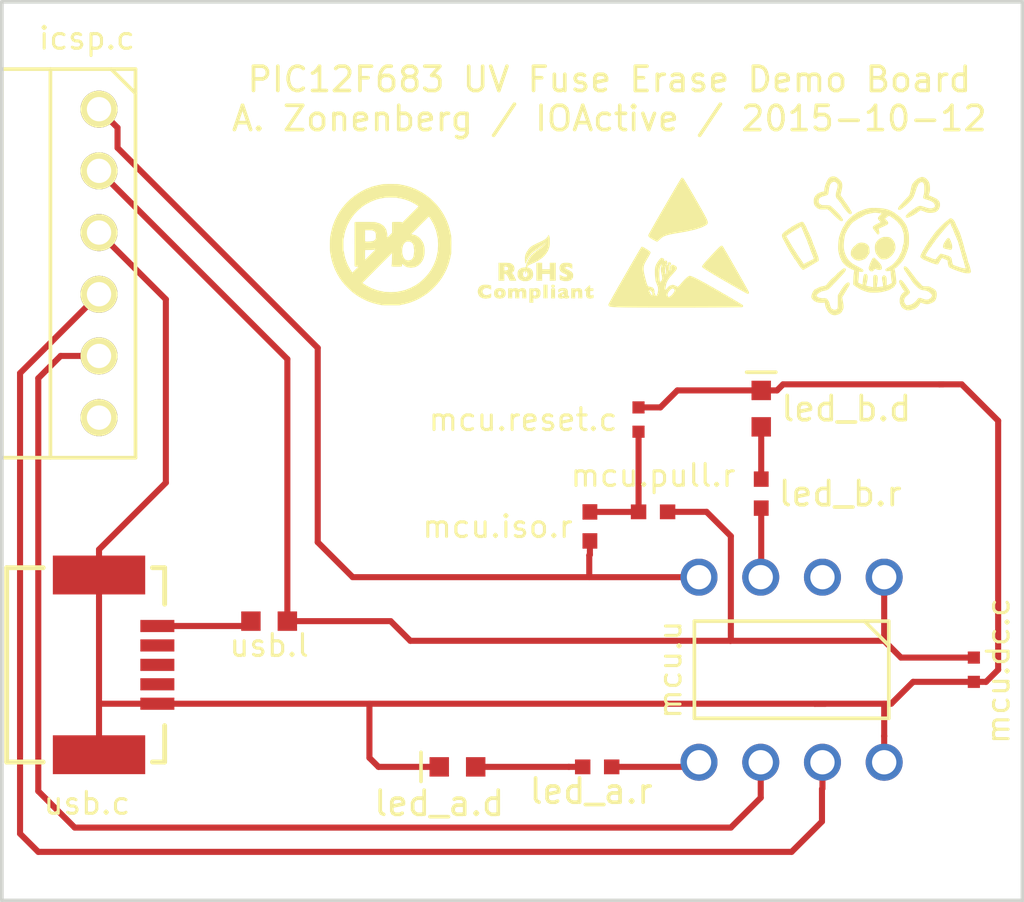
<source format=kicad_pcb>
(kicad_pcb (version 4) (host pcbnew "(2015-09-17 BZR 6202)-product")
  (layers (0 F.Cu signal) (31 B.Cu signal) (34 B.Paste user) (35 F.Paste user) (36 B.SilkS user) (37 F.SilkS user) (38 B.Mask user) (39 F.Mask user) (44 Edge.Cuts user))
  (net 0 "")
  (net 1 v5p0)
  (net 2 gnd)
  (net 3 gpio5)
  (net 4 gpio4)
  (net 5 icsp_mclr)
  (net 6 gpio2)
  (net 7 icsp_pgc)
  (net 8 icsp_pgd)
  (net 9 usb.vbus_internal)
  (net 10 usb_data_n)
  (net 11 usb_data_p)
  (net 12 usb_otg)
  (net 13 icsp.aux)
  (net 14 mcu.mclr_rc)
  (net 15 led_a.a)
  (net 16 led_b.a)
  (module azonenberg_pcb:CONN_HIROSE_UX60S-MB-5ST_MINI_USB (layer F.Cu) (at 88.7 71.3)
    (fp_text reference usb.c (at -2.2 5.7) (layer F.SilkS) (effects (font (size 0.9 0.9) (thickness 0.125))))
    (fp_text value "UX60SC-MB-5ST(80)" hide)
    (pad 1 smd rect (at 0.7 -1.6) (size 1.4 0.5) (layers F.Cu F.Paste F.Mask) (net 9 usb.vbus_internal))
    (pad 2 smd rect (at 0.7 -0.8) (size 1.4 0.5) (layers F.Cu F.Paste F.Mask) (net 10 usb_data_n))
    (pad 3 smd rect (at 0.7 0) (size 1.4 0.5) (layers F.Cu F.Paste F.Mask) (net 11 usb_data_p))
    (pad 4 smd rect (at 0.7 0.8) (size 1.4 0.5) (layers F.Cu F.Paste F.Mask) (net 12 usb_otg))
    (pad 5 smd rect (at 0.7 1.6) (size 1.4 0.5) (layers F.Cu F.Paste F.Mask) (net 2 gnd))
    (pad 6 smd rect (at -1.7 -3.7) (size 3.8 1.6) (layers F.Cu F.Paste F.Mask) (net 2 gnd))
    (pad 7 smd rect (at -1.7 3.7) (size 3.8 1.6) (layers F.Cu F.Paste F.Mask) (net 2 gnd))
  )
  (module azonenberg_pcb:EIA_0603_INDUCTOR_NOSILK (layer F.Cu) (at 94 69.5)
    (fp_text reference usb.l (at 0 1) (layer F.SilkS) (effects (font (size 0.9 0.9) (thickness 0.125))))
    (fp_text value MPZ1608S601ATA00 hide)
    (pad 1 smd rect (at -0.75 0) (size 0.8 0.8) (layers F.Cu F.Paste F.Mask) (net 9 usb.vbus_internal))
    (pad 2 smd rect (at 0.75 0) (size 0.8 0.8) (layers F.Cu F.Paste F.Mask) (net 1 v5p0))
  )
  (module azonenberg_pcb:CONN_HEADER_2.54MM_1x6_RA (layer F.Cu) (at 87 54.77 270)
    (fp_text reference icsp.c (at -9.27 0.5 360) (layer F.SilkS) (effects (font (size 0.9 0.9) (thickness 0.125))))
    (fp_text value S1111EC-06-ND)
    (pad 1 thru_hole circle (at -6.35 0 270) (size 1.524 1.524) (drill 1) (layers *.Cu *.Mask F.SilkS) (net 5 icsp_mclr))
    (pad 2 thru_hole circle (at -3.81 0 270) (size 1.524 1.524) (drill 1) (layers *.Cu *.Mask F.SilkS) (net 1 v5p0))
    (pad 3 thru_hole circle (at -1.27 0 270) (size 1.524 1.524) (drill 1) (layers *.Cu *.Mask F.SilkS) (net 2 gnd))
    (pad 4 thru_hole circle (at 1.27 0 270) (size 1.524 1.524) (drill 1) (layers *.Cu *.Mask F.SilkS) (net 8 icsp_pgd))
    (pad 5 thru_hole circle (at 3.81 0 270) (size 1.524 1.524) (drill 1) (layers *.Cu *.Mask F.SilkS) (net 7 icsp_pgc))
    (pad 6 thru_hole circle (at 6.35 0 270) (size 1.524 1.524) (drill 1) (layers *.Cu *.Mask F.SilkS) (net 13 icsp.aux))
  )
  (module azonenberg_pcb:DIP_8_2.54MM_7.62MM (layer F.Cu) (at 115.5 71.5 180)
    (fp_text reference mcu.u (at 5 0 270) (layer F.SilkS) (effects (font (size 0.9 0.9) (thickness 0.125))))
    (fp_text value PIC12F683-I/P)
    (pad 1 thru_hole circle (at -3.81 3.81 180) (size 1.524 1.524) (drill 1) (layers *.Cu *.Mask) (net 1 v5p0))
    (pad 2 thru_hole circle (at -1.27 3.81 180) (size 1.524 1.524) (drill 1) (layers *.Cu *.Mask) (net 3 gpio5))
    (pad 3 thru_hole circle (at 1.27 3.81 180) (size 1.524 1.524) (drill 1) (layers *.Cu *.Mask) (net 4 gpio4))
    (pad 4 thru_hole circle (at 3.81 3.81 180) (size 1.524 1.524) (drill 1) (layers *.Cu *.Mask) (net 5 icsp_mclr))
    (pad 5 thru_hole circle (at 3.81 -3.81 180) (size 1.524 1.524) (drill 1) (layers *.Cu *.Mask) (net 6 gpio2))
    (pad 6 thru_hole circle (at 1.27 -3.81 180) (size 1.524 1.524) (drill 1) (layers *.Cu *.Mask) (net 7 icsp_pgc))
    (pad 7 thru_hole circle (at -1.27 -3.81 180) (size 1.524 1.524) (drill 1) (layers *.Cu *.Mask) (net 8 icsp_pgd))
    (pad 8 thru_hole circle (at -3.81 -3.81 180) (size 1.524 1.524) (drill 1) (layers *.Cu *.Mask) (net 2 gnd))
  )
  (module azonenberg_pcb:EIA_0402_CAP_NOSILK (layer F.Cu) (at 123 71.5 270)
    (fp_text reference mcu.dc.c (at 0.05 -1 270) (layer F.SilkS) (effects (font (size 0.9 0.9) (thickness 0.125))))
    (fp_text value 100nF hide)
    (pad 1 smd rect (at -0.5 0 270) (size 0.5 0.5) (layers F.Cu F.Paste F.Mask) (net 1 v5p0))
    (pad 2 smd rect (at 0.5 0 270) (size 0.5 0.5) (layers F.Cu F.Paste F.Mask) (net 2 gnd))
  )
  (module azonenberg_pcb:EIA_0402_RES_NOSILK (layer F.Cu) (at 107.2 65.6 270)
    (fp_text reference mcu.iso.r (at 0.003 3.8 360) (layer F.SilkS) (effects (font (size 0.9 0.9) (thickness 0.125))))
    (fp_text value 470 hide)
    (pad 1 smd rect (at -0.597 0 270) (size 0.635 0.61) (layers F.Cu F.Paste F.Mask) (net 14 mcu.mclr_rc))
    (pad 2 smd rect (at 0.597 0 270) (size 0.635 0.61) (layers F.Cu F.Paste F.Mask) (net 5 icsp_mclr))
  )
  (module azonenberg_pcb:EIA_0402_RES_NOSILK (layer F.Cu) (at 109.8 65 180)
    (fp_text reference mcu.pull.r (at 0 1.5 180) (layer F.SilkS) (effects (font (size 0.9 0.9) (thickness 0.125))))
    (fp_text value 10K hide)
    (pad 1 smd rect (at -0.597 0 180) (size 0.635 0.61) (layers F.Cu F.Paste F.Mask) (net 1 v5p0))
    (pad 2 smd rect (at 0.597 0 180) (size 0.635 0.61) (layers F.Cu F.Paste F.Mask) (net 14 mcu.mclr_rc))
  )
  (module azonenberg_pcb:EIA_0402_CAP_NOSILK (layer F.Cu) (at 109.2 61.2 90)
    (fp_text reference mcu.reset.c (at 0 -4.75 180) (layer F.SilkS) (effects (font (size 0.9 0.9) (thickness 0.125))))
    (fp_text value 100nF hide)
    (pad 1 smd rect (at -0.5 0 90) (size 0.5 0.5) (layers F.Cu F.Paste F.Mask) (net 14 mcu.mclr_rc))
    (pad 2 smd rect (at 0.5 0 90) (size 0.5 0.5) (layers F.Cu F.Paste F.Mask) (net 2 gnd))
  )
  (module azonenberg_pcb:EIA_0603_LED (layer F.Cu) (at 101.75 75.5 180)
    (fp_text reference led_a.d (at 0.75 -1.5 180) (layer F.SilkS))
    (fp_text value green hide)
    (pad 1 smd rect (at -0.75 0 180) (size 0.8 0.8) (layers F.Cu F.Paste F.Mask) (net 15 led_a.a))
    (pad 2 smd rect (at 0.75 0 180) (size 0.8 0.8) (layers F.Cu F.Paste F.Mask) (net 2 gnd))
  )
  (module azonenberg_pcb:EIA_0402_RES_NOSILK (layer F.Cu) (at 107.5 75.5 180)
    (fp_text reference led_a.r (at 0.25 -1 180) (layer F.SilkS))
    (fp_text value 470 hide)
    (pad 1 smd rect (at -0.597 0 180) (size 0.635 0.61) (layers F.Cu F.Paste F.Mask) (net 6 gpio2))
    (pad 2 smd rect (at 0.597 0 180) (size 0.635 0.61) (layers F.Cu F.Paste F.Mask) (net 15 led_a.a))
  )
  (module azonenberg_pcb:EIA_0603_LED (layer F.Cu) (at 114.25 60.75 90)
    (fp_text reference led_b.d (at 0 3.5 180) (layer F.SilkS))
    (fp_text value green hide)
    (pad 1 smd rect (at -0.75 0 90) (size 0.8 0.8) (layers F.Cu F.Paste F.Mask) (net 16 led_b.a))
    (pad 2 smd rect (at 0.75 0 90) (size 0.8 0.8) (layers F.Cu F.Paste F.Mask) (net 2 gnd))
  )
  (module azonenberg_pcb:EIA_0402_RES_NOSILK (layer F.Cu) (at 114.25 64.25 90)
    (fp_text reference led_b.r (at 0 3.25 180) (layer F.SilkS))
    (fp_text value 470 hide)
    (pad 1 smd rect (at -0.597 0 90) (size 0.635 0.61) (layers F.Cu F.Paste F.Mask) (net 4 gpio4))
    (pad 2 smd rect (at 0.597 0 90) (size 0.635 0.61) (layers F.Cu F.Paste F.Mask) (net 16 led_b.a))
  )
  (module azonenberg_pcb:LOGO_ESD_SENSITIVE_7MM (layer F.Cu) (at 111 54)
    (fp_text reference G*** hide)
    (fp_text value LOGO hide)
  )
  (module azonenberg_pcb:IOA_LOGO_7MM (layer F.Cu) (at 119 54)
    (fp_text reference G*** hide)
    (fp_text value LOGO hide)
  )
  (module w_logo:Logo_silk_Lead-Free_5x5mm (layer F.Cu) (at 99 54)
    (fp_text reference G*** hide)
    (fp_text value LOGO hide)
  )
  (module w_logo:Logo_silk_ROHS_5x2.8mm (layer F.Cu) (at 105 55)
    (fp_text reference G*** hide)
    (fp_text value LOGO hide)
  )
  (gr_line (start 125 44) (end 83 44) (layer Edge.Cuts) (width 0.15))
  (gr_line (start 125 81) (end 125 44) (layer Edge.Cuts) (width 0.15))
  (gr_line (start 83 81) (end 125 81) (layer Edge.Cuts) (width 0.15))
  (gr_line (start 83 44) (end 83 81) (layer Edge.Cuts) (width 0.15))
  (gr_text "PIC12F683 UV Fuse Erase Demo Board\nA. Zonenberg / IOActive / 2015-10-12" (at 108 48) (layer F.SilkS) (effects (font (size 1 1))))
  (segment (start 99 69.5) (end 94.75 69.5) (width 0.25) (layer F.Cu) (net 1))
  (segment (start 119.31 70.31) (end 120 71) (width 0.25) (layer F.Cu) (net 1))
  (segment (start 120 71) (end 123 71) (width 0.25) (layer F.Cu) (net 1))
  (segment (start 119.31 70.31) (end 112.985061 70.31) (width 0.25) (layer F.Cu) (net 1))
  (segment (start 112.985061 70.31) (end 99.81 70.31) (width 0.25) (layer F.Cu) (net 1))
  (segment (start 113 66) (end 113 70.295061) (width 0.25) (layer F.Cu) (net 1))
  (segment (start 113 70.295061) (end 112.985061 70.31) (width 0.25) (layer F.Cu) (net 1))
  (segment (start 112 65) (end 113 66) (width 0.25) (layer F.Cu) (net 1))
  (segment (start 110.397 65) (end 112 65) (width 0.25) (layer F.Cu) (net 1))
  (segment (start 87 50.96) (end 94.75 58.71) (width 0.25) (layer F.Cu) (net 1))
  (segment (start 94.75 58.71) (end 94.75 69.5) (width 0.25) (layer F.Cu) (net 1))
  (segment (start 99.81 70.31) (end 99 69.5) (width 0.25) (layer F.Cu) (net 1))
  (segment (start 119.31 67.69) (end 119.31 70.31) (width 0.25) (layer F.Cu) (net 1))
  (segment (start 89.4 72.9) (end 98.127238 72.9) (width 0.25) (layer F.Cu) (net 2))
  (segment (start 115.15 59.75) (end 121.577582 59.75) (width 0.25) (layer F.Cu) (net 2))
  (segment (start 124 61.25) (end 122.5 59.75) (width 0.25) (layer F.Cu) (net 2))
  (segment (start 121.577582 59.75) (end 121.75 59.75) (width 0.25) (layer F.Cu) (net 2))
  (segment (start 122.5 59.75) (end 121.577582 59.75) (width 0.25) (layer F.Cu) (net 2))
  (segment (start 124 71.5) (end 124 61.25) (width 0.25) (layer F.Cu) (net 2))
  (segment (start 123.5 72) (end 124 71.5) (width 0.25) (layer F.Cu) (net 2))
  (segment (start 123 72) (end 123.5 72) (width 0.25) (layer F.Cu) (net 2))
  (segment (start 119.6 72.9) (end 120.5 72) (width 0.25) (layer F.Cu) (net 2))
  (segment (start 120.5 72) (end 123 72) (width 0.25) (layer F.Cu) (net 2))
  (segment (start 119.310729 72.9) (end 119.6 72.9) (width 0.25) (layer F.Cu) (net 2))
  (segment (start 114.25 60) (end 110.8 60) (width 0.25) (layer F.Cu) (net 2))
  (segment (start 110.8 60) (end 110.1 60.7) (width 0.25) (layer F.Cu) (net 2))
  (segment (start 110.1 60.7) (end 109.2 60.7) (width 0.25) (layer F.Cu) (net 2))
  (segment (start 114.25 60) (end 114.9 60) (width 0.25) (layer F.Cu) (net 2))
  (segment (start 114.9 60) (end 115.15 59.75) (width 0.25) (layer F.Cu) (net 2))
  (segment (start 98.127238 72.9) (end 116.452427 72.9) (width 0.25) (layer F.Cu) (net 2))
  (segment (start 101 75.5) (end 98.5 75.5) (width 0.25) (layer F.Cu) (net 2))
  (segment (start 98.5 75.5) (end 98.127238 75.127238) (width 0.25) (layer F.Cu) (net 2))
  (segment (start 98.127238 75.127238) (end 98.127238 72.9) (width 0.25) (layer F.Cu) (net 2))
  (segment (start 87 67.6) (end 87 72.870277) (width 0.25) (layer F.Cu) (net 2))
  (segment (start 87 72.870277) (end 87 75) (width 0.25) (layer F.Cu) (net 2))
  (segment (start 89.4 72.9) (end 87.029723 72.9) (width 0.25) (layer F.Cu) (net 2))
  (segment (start 87.029723 72.9) (end 87 72.870277) (width 0.25) (layer F.Cu) (net 2))
  (segment (start 87 53.5) (end 89.75 56.25) (width 0.25) (layer F.Cu) (net 2))
  (segment (start 89.75 56.25) (end 89.75 63.8) (width 0.25) (layer F.Cu) (net 2))
  (segment (start 89.75 63.8) (end 87 66.55) (width 0.25) (layer F.Cu) (net 2))
  (segment (start 87 66.55) (end 87 67.6) (width 0.25) (layer F.Cu) (net 2))
  (segment (start 119.310729 72.9) (end 116.452427 72.9) (width 0.25) (layer F.Cu) (net 2))
  (segment (start 119.31 74.23237) (end 119.310729 74.231641) (width 0.25) (layer F.Cu) (net 2))
  (segment (start 119.31 75.31) (end 119.31 74.23237) (width 0.25) (layer F.Cu) (net 2))
  (segment (start 119.310729 74.231641) (end 119.310729 72.9) (width 0.25) (layer F.Cu) (net 2))
  (segment (start 116.452427 72.9) (end 116.9 72.9) (width 0.25) (layer F.Cu) (net 2))
  (segment (start 114.25 64.847) (end 114.25 67.67) (width 0.25) (layer F.Cu) (net 4))
  (segment (start 114.25 67.67) (end 114.23 67.69) (width 0.25) (layer F.Cu) (net 4))
  (segment (start 97.44 67.69) (end 107.173229 67.69) (width 0.25) (layer F.Cu) (net 5))
  (segment (start 107.173229 67.69) (end 111.69 67.69) (width 0.25) (layer F.Cu) (net 5))
  (segment (start 107.2 66.197) (end 107.2 66.7645) (width 0.25) (layer F.Cu) (net 5))
  (segment (start 107.2 66.7645) (end 107.173229 66.791271) (width 0.25) (layer F.Cu) (net 5))
  (segment (start 107.173229 66.791271) (end 107.173229 67.69) (width 0.25) (layer F.Cu) (net 5))
  (segment (start 111.6 67.6) (end 111.69 67.69) (width 0.25) (layer F.Cu) (net 5))
  (segment (start 87 48.42) (end 87.761999 49.181999) (width 0.25) (layer F.Cu) (net 5))
  (segment (start 87.761999 50.011999) (end 96 58.25) (width 0.25) (layer F.Cu) (net 5))
  (segment (start 87.761999 49.181999) (end 87.761999 50.011999) (width 0.25) (layer F.Cu) (net 5))
  (segment (start 96 58.25) (end 96 66.25) (width 0.25) (layer F.Cu) (net 5))
  (segment (start 96 66.25) (end 97.44 67.69) (width 0.25) (layer F.Cu) (net 5))
  (segment (start 108.097 75.5) (end 111.5 75.5) (width 0.25) (layer F.Cu) (net 6))
  (segment (start 111.5 75.5) (end 111.69 75.31) (width 0.25) (layer F.Cu) (net 6))
  (segment (start 87 58.58) (end 85.42 58.58) (width 0.25) (layer F.Cu) (net 7))
  (segment (start 113 78) (end 114.23 76.77) (width 0.25) (layer F.Cu) (net 7))
  (segment (start 85.42 58.58) (end 84.5 59.5) (width 0.25) (layer F.Cu) (net 7))
  (segment (start 84.5 76.5) (end 86 78) (width 0.25) (layer F.Cu) (net 7))
  (segment (start 84.5 59.5) (end 84.5 76.5) (width 0.25) (layer F.Cu) (net 7))
  (segment (start 86 78) (end 113 78) (width 0.25) (layer F.Cu) (net 7))
  (segment (start 114.23 76.77) (end 114.23 75.31) (width 0.25) (layer F.Cu) (net 7))
  (segment (start 116.75 76.40763) (end 116.75 77.75) (width 0.25) (layer F.Cu) (net 8))
  (segment (start 116.75 77.75) (end 115.5 79) (width 0.25) (layer F.Cu) (net 8))
  (segment (start 116.77 75.31) (end 116.77 76.38763) (width 0.25) (layer F.Cu) (net 8))
  (segment (start 116.77 76.38763) (end 116.75 76.40763) (width 0.25) (layer F.Cu) (net 8))
  (segment (start 87 56.04) (end 83.75 59.29) (width 0.25) (layer F.Cu) (net 8))
  (segment (start 83.75 59.29) (end 83.75 78.25) (width 0.25) (layer F.Cu) (net 8))
  (segment (start 83.75 78.25) (end 84.5 79) (width 0.25) (layer F.Cu) (net 8))
  (segment (start 84.5 79) (end 115.5 79) (width 0.25) (layer F.Cu) (net 8))
  (segment (start 89.4 69.7) (end 93.05 69.7) (width 0.25) (layer F.Cu) (net 9))
  (segment (start 93.05 69.7) (end 93.25 69.5) (width 0.25) (layer F.Cu) (net 9))
  (segment (start 109.203 65) (end 109.203 61.703) (width 0.25) (layer F.Cu) (net 14))
  (segment (start 109.203 61.703) (end 109.2 61.7) (width 0.25) (layer F.Cu) (net 14))
  (segment (start 107.2 65.003) (end 109.2 65.003) (width 0.25) (layer F.Cu) (net 14))
  (segment (start 109.2 65.003) (end 109.203 65) (width 0.25) (layer F.Cu) (net 14))
  (segment (start 106.903 75.5) (end 106.3355 75.5) (width 0.25) (layer F.Cu) (net 15))
  (segment (start 106.3355 75.5) (end 102.5 75.5) (width 0.25) (layer F.Cu) (net 15))
  (segment (start 114.25 61.5) (end 114.25 63.653) (width 0.25) (layer F.Cu) (net 16))
)
</source>
